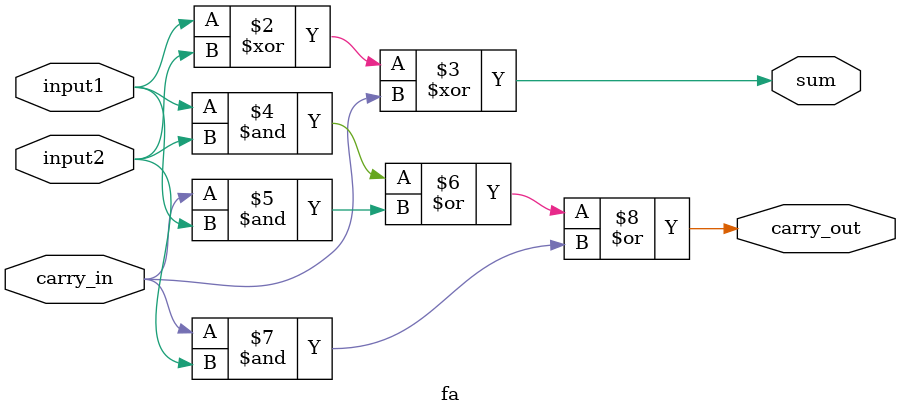
<source format=sv>

module fa (
  input  logic input1,
  input  logic input2,
  input  logic carry_in,
  output logic sum,
  output logic carry_out
);

always_comb begin

  //Set default values
  carry_out = 1'b0;
  sum = '0; 

  //Combinatorial (behavioral architecture) addition of 1 bit values
  sum = input1 ^ input2 ^ carry_in; // ^ = XOR
  carry_out = (input1 & input2) | (carry_in & input1) | (carry_in & input2);

end 

endmodule

</source>
